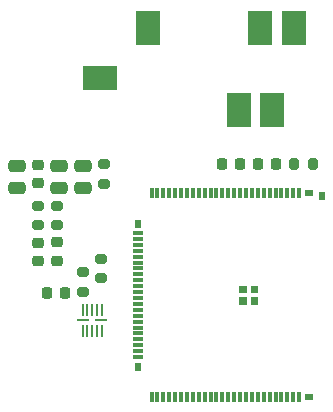
<source format=gtp>
G04 #@! TF.GenerationSoftware,KiCad,Pcbnew,9.0.3*
G04 #@! TF.CreationDate,2025-07-23T07:51:35+01:00*
G04 #@! TF.ProjectId,dectspansion,64656374-7370-4616-9e73-696f6e2e6b69,Prototype 1*
G04 #@! TF.SameCoordinates,Original*
G04 #@! TF.FileFunction,Paste,Top*
G04 #@! TF.FilePolarity,Positive*
%FSLAX46Y46*%
G04 Gerber Fmt 4.6, Leading zero omitted, Abs format (unit mm)*
G04 Created by KiCad (PCBNEW 9.0.3) date 2025-07-23 07:51:35*
%MOMM*%
%LPD*%
G01*
G04 APERTURE LIST*
G04 Aperture macros list*
%AMRoundRect*
0 Rectangle with rounded corners*
0 $1 Rounding radius*
0 $2 $3 $4 $5 $6 $7 $8 $9 X,Y pos of 4 corners*
0 Add a 4 corners polygon primitive as box body*
4,1,4,$2,$3,$4,$5,$6,$7,$8,$9,$2,$3,0*
0 Add four circle primitives for the rounded corners*
1,1,$1+$1,$2,$3*
1,1,$1+$1,$4,$5*
1,1,$1+$1,$6,$7*
1,1,$1+$1,$8,$9*
0 Add four rect primitives between the rounded corners*
20,1,$1+$1,$2,$3,$4,$5,0*
20,1,$1+$1,$4,$5,$6,$7,0*
20,1,$1+$1,$6,$7,$8,$9,0*
20,1,$1+$1,$8,$9,$2,$3,0*%
G04 Aperture macros list end*
%ADD10C,0.000000*%
%ADD11R,2.000000X3.000000*%
%ADD12R,3.000000X2.000000*%
%ADD13RoundRect,0.250000X0.475000X-0.250000X0.475000X0.250000X-0.475000X0.250000X-0.475000X-0.250000X0*%
%ADD14RoundRect,0.200000X-0.275000X0.200000X-0.275000X-0.200000X0.275000X-0.200000X0.275000X0.200000X0*%
%ADD15RoundRect,0.225000X-0.225000X-0.250000X0.225000X-0.250000X0.225000X0.250000X-0.225000X0.250000X0*%
%ADD16RoundRect,0.200000X0.275000X-0.200000X0.275000X0.200000X-0.275000X0.200000X-0.275000X-0.200000X0*%
%ADD17RoundRect,0.027500X0.082500X-0.442500X0.082500X0.442500X-0.082500X0.442500X-0.082500X-0.442500X0*%
%ADD18RoundRect,0.027500X0.442500X-0.082500X0.442500X0.082500X-0.442500X0.082500X-0.442500X-0.082500X0*%
%ADD19RoundRect,0.225000X0.225000X0.250000X-0.225000X0.250000X-0.225000X-0.250000X0.225000X-0.250000X0*%
%ADD20RoundRect,0.200000X-0.200000X-0.275000X0.200000X-0.275000X0.200000X0.275000X-0.200000X0.275000X0*%
%ADD21RoundRect,0.225000X0.250000X-0.225000X0.250000X0.225000X-0.250000X0.225000X-0.250000X-0.225000X0*%
%ADD22RoundRect,0.218750X0.256250X-0.218750X0.256250X0.218750X-0.256250X0.218750X-0.256250X-0.218750X0*%
%ADD23R,0.660000X0.550000*%
%ADD24RoundRect,0.075000X-0.075000X0.370000X-0.075000X-0.370000X0.075000X-0.370000X0.075000X0.370000X0*%
%ADD25R,0.550000X0.800000*%
%ADD26RoundRect,0.075000X-0.370000X-0.075000X0.370000X-0.075000X0.370000X0.075000X-0.370000X0.075000X0*%
G04 APERTURE END LIST*
D10*
G36*
X130090000Y-106775000D02*
G01*
X129440000Y-106775000D01*
X129440000Y-106125000D01*
X130090000Y-106125000D01*
X130090000Y-106775000D01*
G37*
G36*
X130090000Y-107725000D02*
G01*
X129440000Y-107725000D01*
X129440000Y-107075000D01*
X130090000Y-107075000D01*
X130090000Y-107725000D01*
G37*
G36*
X131040000Y-106775000D02*
G01*
X130390000Y-106775000D01*
X130390000Y-106125000D01*
X131040000Y-106125000D01*
X131040000Y-106775000D01*
G37*
G36*
X131040000Y-107725000D02*
G01*
X130390000Y-107725000D01*
X130390000Y-107075000D01*
X131040000Y-107075000D01*
X131040000Y-107725000D01*
G37*
G36*
X136690000Y-98875000D02*
G01*
X136190000Y-98875000D01*
X136190000Y-98175000D01*
X136690000Y-98175000D01*
X136690000Y-98875000D01*
G37*
D11*
X129360000Y-91280000D03*
X131160000Y-84280000D03*
X132160000Y-91280000D03*
X134060000Y-84280000D03*
X121660000Y-84280000D03*
D12*
X117660000Y-88580000D03*
D13*
X110560000Y-97860000D03*
X110560000Y-95960000D03*
D14*
X117700000Y-103845000D03*
X117700000Y-105495000D03*
D15*
X127935000Y-95790000D03*
X129485000Y-95790000D03*
D16*
X116170000Y-106665000D03*
X116170000Y-105015000D03*
D17*
X116160000Y-109957500D03*
X116560000Y-109957500D03*
X116960000Y-109957500D03*
X117360000Y-109957500D03*
X117760000Y-109957500D03*
D18*
X117705000Y-109062500D03*
D17*
X117760000Y-108167500D03*
X117360000Y-108167500D03*
X116960000Y-108167500D03*
X116560000Y-108167500D03*
X116160000Y-108167500D03*
D18*
X116215000Y-109062500D03*
D13*
X116210000Y-97860000D03*
X116210000Y-95960000D03*
D16*
X112390000Y-101000000D03*
X112390000Y-99350000D03*
D19*
X114670000Y-106760000D03*
X113120000Y-106760000D03*
D15*
X131005000Y-95790000D03*
X132555000Y-95790000D03*
D14*
X113990000Y-99350000D03*
X113990000Y-101000000D03*
D13*
X114170000Y-97860000D03*
X114170000Y-95960000D03*
D20*
X134025000Y-95790000D03*
X135675000Y-95790000D03*
D14*
X117990000Y-95860000D03*
X117990000Y-97510000D03*
D21*
X112380000Y-97465000D03*
X112380000Y-95915000D03*
D22*
X114010000Y-104050000D03*
X114010000Y-102475000D03*
D23*
X135290000Y-98300000D03*
D24*
X134490000Y-98300000D03*
X133990000Y-98300000D03*
X133490000Y-98300000D03*
X132990000Y-98300000D03*
X132490000Y-98300000D03*
X131990000Y-98300000D03*
X131490000Y-98300000D03*
X130990000Y-98300000D03*
X130490000Y-98300000D03*
X129990000Y-98300000D03*
X129490000Y-98300000D03*
X128990000Y-98300000D03*
X128490000Y-98300000D03*
X127990000Y-98300000D03*
X127490000Y-98300000D03*
X126990000Y-98300000D03*
X126490000Y-98300000D03*
X125990000Y-98300000D03*
X125490000Y-98300000D03*
X124990000Y-98300000D03*
X124490000Y-98300000D03*
X123990000Y-98300000D03*
X123490000Y-98300000D03*
X122990000Y-98300000D03*
X122490000Y-98300000D03*
X121990000Y-98300000D03*
D25*
X120820000Y-100875000D03*
D26*
X120820000Y-101675000D03*
X120820000Y-102175000D03*
X120820000Y-102675000D03*
X120820000Y-103175000D03*
X120820000Y-103675000D03*
X120820000Y-104175000D03*
X120820000Y-104675000D03*
X120820000Y-105175000D03*
X120820000Y-105675000D03*
X120820000Y-106175000D03*
X120820000Y-106675000D03*
X120820000Y-107175000D03*
X120820000Y-107675000D03*
X120820000Y-108175000D03*
X120820000Y-108675000D03*
X120820000Y-109175000D03*
X120820000Y-109675000D03*
X120820000Y-110175000D03*
X120820000Y-110675000D03*
X120820000Y-111175000D03*
X120820000Y-111675000D03*
X120820000Y-112175000D03*
D25*
X120820000Y-112975000D03*
D24*
X121990000Y-115550000D03*
X122490000Y-115550000D03*
X122990000Y-115550000D03*
X123490000Y-115550000D03*
X123990000Y-115550000D03*
X124490000Y-115550000D03*
X124990000Y-115550000D03*
X125490000Y-115550000D03*
X125990000Y-115550000D03*
X126490000Y-115550000D03*
X126990000Y-115550000D03*
X127490000Y-115550000D03*
X127990000Y-115550000D03*
X128490000Y-115550000D03*
X128990000Y-115550000D03*
X129490000Y-115550000D03*
X129990000Y-115550000D03*
X130490000Y-115550000D03*
X130990000Y-115550000D03*
X131490000Y-115550000D03*
X131990000Y-115550000D03*
X132490000Y-115550000D03*
X132990000Y-115550000D03*
X133490000Y-115550000D03*
X133990000Y-115550000D03*
X134490000Y-115550000D03*
D23*
X135290000Y-115550000D03*
D22*
X112360000Y-104052500D03*
X112360000Y-102477500D03*
M02*

</source>
